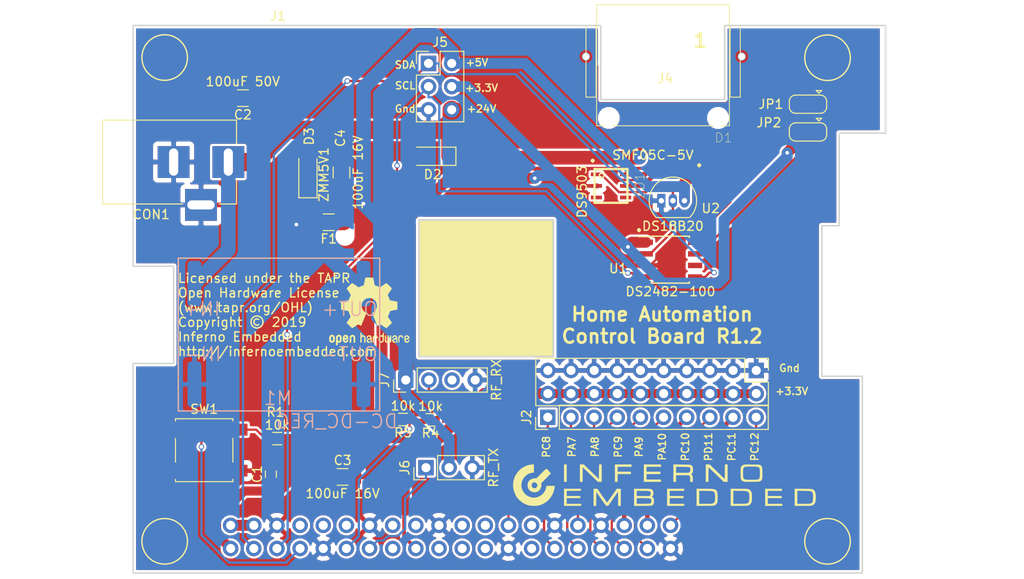
<source format=kicad_pcb>
(kicad_pcb (version 20171130) (host pcbnew 5.0.2-1.fc29)
  (title_block (date 2019-01-24))
  (layers (0 F.Cu signal) (31 B.Cu signal) (34 B.Paste user) (35 F.Paste user) (36 B.SilkS user) (37 F.SilkS user) (38 B.Mask user) (39 F.Mask user) (44 Edge.Cuts user))
  (net 0 "")
  (net 1 +3V3)
  (net 2 GND)
  (net 3 +24V)
  (net 4 +5V)
  (net 5 /SDA)
  (net 6 /SCL)
  (net 7 "Net-(U1-Pad2)")
  (net 8 "Net-(U1-Pad6)")
  (net 9 "Net-(J1-Pad10)")
  (net 10 "Net-(J1-Pad12)")
  (net 11 "Net-(J1-Pad15)")
  (net 12 "Net-(J1-Pad16)")
  (net 13 "Net-(J1-Pad18)")
  (net 14 "Net-(J1-Pad19)")
  (net 15 "Net-(J1-Pad21)")
  (net 16 "Net-(J1-Pad22)")
  (net 17 "Net-(J1-Pad24)")
  (net 18 "Net-(J1-Pad26)")
  (net 19 "Net-(J1-Pad27)")
  (net 20 "Net-(J1-Pad28)")
  (net 21 "Net-(J1-Pad29)")
  (net 22 "Net-(J1-Pad31)")
  (net 23 "Net-(J1-Pad32)")
  (net 24 "Net-(J1-Pad33)")
  (net 25 "Net-(J1-Pad35)")
  (net 26 "Net-(J1-Pad36)")
  (net 27 "Net-(J1-Pad37)")
  (net 28 "Net-(J1-Pad38)")
  (net 29 "Net-(J1-Pad40)")
  (net 30 "Net-(C1-Pad2)")
  (net 31 "Net-(J4-Pad1)")
  (net 32 "Net-(J4-Pad6)")
  (net 33 "Net-(J4-Pad4)")
  (net 34 /RF_RX)
  (net 35 /RF_TX)
  (net 36 "Net-(J7-Pad3)")
  (net 37 "Net-(J7-Pad2)")
  (net 38 "Net-(JP1-Pad2)")
  (net 39 "Net-(JP2-Pad2)")
  (net 40 "Net-(J1-Pad8)")
  (net 41 "Net-(F1-Pad2)")
  (module Fuse:Fuse_1206_3216Metric (layer F.Cu) (at 91.945 67.564 180)
    (fp_text reference F1 (at 0 -1.82 180) (layer F.SilkS))
    (fp_text value Polyfuse)
    (pad 1 smd roundrect (at -1.4 0 180) (size 1.25 1.75) (layers F.Cu F.Paste F.Mask) (roundrect_rratio 0.2) (net 4 +5V))
    (pad 2 smd roundrect (at 1.4 0 180) (size 1.25 1.75) (layers F.Cu F.Paste F.Mask) (roundrect_rratio 0.2) (net 41 "Net-(F1-Pad2)"))
  )
  (module Diode_SMD:D_MiniMELF (layer F.Cu) (at 89.662 62.329 90)
    (fp_text reference D3 (at 4.191 0.127 90) (layer F.SilkS))
    (fp_text value ZMM5V1 (at 0 1.75 90) (layer F.SilkS))
    (pad 1 smd rect (at -1.75 0 90) (size 1.3 1.7) (layers F.Cu F.Paste F.Mask) (net 4 +5V))
    (pad 2 smd rect (at 1.75 0 90) (size 1.3 1.7) (layers F.Cu F.Paste F.Mask) (net 2 GND))
  )
  (module Diode_SMD:D_MiniMELF (layer F.Cu) (at 103.35 60.325 180)
    (fp_text reference D2 (at 0 -2 180) (layer F.SilkS))
    (fp_text value ZMM24V)
    (pad 1 smd rect (at -1.75 0 180) (size 1.3 1.7) (layers F.Cu F.Paste F.Mask) (net 3 +24V))
    (pad 2 smd rect (at 1.75 0 180) (size 1.3 1.7) (layers F.Cu F.Paste F.Mask) (net 2 GND))
  )
  (module DC-DC:D-SUN_DC_DC (layer B.Cu) (at 75.438 71.501)
    (fp_text reference M1 (at 10.922 15.367) (layer B.SilkS) (effects (font (size 1.5 1.5)) (justify mirror)))
    (fp_text value DC-DC_REG (at 17.399 17.907) (layer B.SilkS) (effects (font (size 1.5 1.5)) (justify mirror)))
    (fp_text user IN- (at 2.667 10.541) (layer B.SilkS) (effects (font (size 1.5 1.5)) (justify mirror)))
    (fp_text user IN+ (at 2.54 5.588) (layer B.SilkS) (effects (font (size 1.5 1.5)) (justify mirror)))
    (fp_text user OUT- (at 18.796 10.541) (layer B.SilkS) (effects (font (size 1.5 1.5)) (justify mirror)))
    (fp_text user OUT+ (at 18.796 5.588) (layer B.SilkS) (effects (font (size 1.5 1.5)) (justify mirror)))
    (pad 4 smd roundrect (at 20.32 13.843) (size 1.524 5) (layers B.Cu B.Paste B.Mask) (net 2 GND))
    (pad 3 smd roundrect (at 20.32 2.794) (size 1.524 5) (layers B.Cu B.Paste B.Mask) (net 41 "Net-(F1-Pad2)"))
    (pad 2 smd roundrect (at 1.778 13.843) (size 1.524 5) (layers B.Cu B.Paste B.Mask) (net 2 GND))
    (pad 1 smd roundrect (at 1.778 2.794) (size 1.524 5) (layers B.Cu B.Paste B.Mask) (net 3 +24V))
  )
  (module Capacitor_SMD:C_1206_3216Metric (layer F.Cu) (at 82.5246 53.9496 180)
    (fp_text reference C2 (at 0 -1.82 180) (layer F.SilkS))
    (fp_text value "100uF 50V" (at 0 1.82 180) (layer F.SilkS))
    (pad 1 smd roundrect (at -1.4 0 180) (size 1.25 1.75) (layers F.Cu F.Paste F.Mask) (roundrect_rratio 0.2) (net 3 +24V))
    (pad 2 smd roundrect (at 1.4 0 180) (size 1.25 1.75) (layers F.Cu F.Paste F.Mask) (roundrect_rratio 0.2) (net 2 GND))
  )
  (module Capacitor_SMD:C_1206_3216Metric (layer F.Cu) (at 93.472 95.504)
    (fp_text reference C3 (at 0 -1.82) (layer F.SilkS))
    (fp_text value "100uF 16V" (at 0 1.82) (layer F.SilkS))
    (pad 2 smd roundrect (at 1.4 0) (size 1.25 1.75) (layers F.Cu F.Paste F.Mask) (roundrect_rratio 0.2) (net 2 GND))
    (pad 1 smd roundrect (at -1.4 0) (size 1.25 1.75) (layers F.Cu F.Paste F.Mask) (roundrect_rratio 0.2) (net 1 +3V3))
  )
  (module Capacitor_SMD:C_1206_3216Metric (layer F.Cu) (at 93.345 62.106 90)
    (fp_text reference C4 (at 3.777 -0.127 90) (layer F.SilkS))
    (fp_text value "100uF 16V" (at 0 1.82 90) (layer F.SilkS))
    (pad 1 smd roundrect (at -1.4 0 90) (size 1.25 1.75) (layers F.Cu F.Paste F.Mask) (roundrect_rratio 0.2) (net 4 +5V))
    (pad 2 smd roundrect (at 1.4 0 90) (size 1.25 1.75) (layers F.Cu F.Paste F.Mask) (roundrect_rratio 0.2) (net 2 GND))
  )
  (module Jumper:SolderJumper-3_P1.3mm_Bridged12_RoundedPad1.0x1.5mm (layer F.Cu) (at 144.526 57.658 180)
    (fp_text reference JP2 (at 4.288 1.016 180) (layer F.SilkS))
    (fp_text value SolderJumper_3_Bridged12)
    (pad 2 smd rect (at 0 0 180) (size 1 1.5) (layers F.Cu F.Mask) (net 39 "Net-(JP2-Pad2)"))
    (pad 3 smd custom (at 1.3 0 180) (size 1 0.5) (layers F.Cu F.Mask) (net 1 +3V3) (options (clearance outline) (anchor rect)) (primitives (gr_circle (center 0 0.25) (end 0.5 0.25) (width 0)) (gr_circle (center 0 -0.25) (end 0.5 -0.25) (width 0)) (gr_poly (pts (xy -0.55 -0.75) (xy 0 -0.75) (xy 0 0.75) (xy -0.55 0.75)) (width 0))))
    (pad 1 smd custom (at -1.3 0 180) (size 1 0.5) (layers F.Cu F.Mask) (net 2 GND) (options (clearance outline) (anchor rect)) (primitives (gr_circle (center 0 0.25) (end 0.5 0.25) (width 0)) (gr_circle (center 0 -0.25) (end 0.5 -0.25) (width 0)) (gr_poly (pts (xy 0.55 -0.75) (xy 0 -0.75) (xy 0 0.75) (xy 0.55 0.75)) (width 0)) (gr_poly (pts (xy 0.4 -0.3) (xy 0.9 -0.3) (xy 0.9 0.3) (xy 0.4 0.3)) (width 0))))
  )
  (module Jumper:SolderJumper-3_P1.3mm_Bridged12_RoundedPad1.0x1.5mm (layer F.Cu) (at 144.526 54.61 180)
    (fp_text reference JP1 (at 4.064 0 180) (layer F.SilkS))
    (fp_text value SolderJumper_3_Bridged12)
    (pad 1 smd custom (at -1.3 0 180) (size 1 0.5) (layers F.Cu F.Mask) (net 2 GND) (options (clearance outline) (anchor rect)) (primitives (gr_circle (center 0 0.25) (end 0.5 0.25) (width 0)) (gr_circle (center 0 -0.25) (end 0.5 -0.25) (width 0)) (gr_poly (pts (xy 0.55 -0.75) (xy 0 -0.75) (xy 0 0.75) (xy 0.55 0.75)) (width 0)) (gr_poly (pts (xy 0.4 -0.3) (xy 0.9 -0.3) (xy 0.9 0.3) (xy 0.4 0.3)) (width 0))))
    (pad 3 smd custom (at 1.3 0 180) (size 1 0.5) (layers F.Cu F.Mask) (net 1 +3V3) (options (clearance outline) (anchor rect)) (primitives (gr_circle (center 0 0.25) (end 0.5 0.25) (width 0)) (gr_circle (center 0 -0.25) (end 0.5 -0.25) (width 0)) (gr_poly (pts (xy -0.55 -0.75) (xy 0 -0.75) (xy 0 0.75) (xy -0.55 0.75)) (width 0))))
    (pad 2 smd rect (at 0 0 180) (size 1 1.5) (layers F.Cu F.Mask) (net 38 "Net-(JP1-Pad2)"))
  )
  (module SMF05C:SC70-6 (layer F.Cu) (at 134.112 60.452)
    (fp_text reference D1 (at 1.14447 -2.16176) (layer F.SilkS) (effects (font (size 1.00128 1.00128) (thickness 0.05))))
    (fp_text value SMF05C-5V (at -6.604 -0.254 180) (layer F.SilkS) (effects (font (size 1.00147 1.00147))))
    (pad 6 smd rect (at -0.65 -0.95) (size 0.35 0.8) (layers F.Cu F.Paste F.Mask) (net 4 +5V))
    (pad 5 smd rect (at 0 -0.95) (size 0.35 0.8) (layers F.Cu F.Paste F.Mask) (net 4 +5V))
    (pad 4 smd rect (at 0.65 -0.95) (size 0.35 0.8) (layers F.Cu F.Paste F.Mask) (net 4 +5V))
    (pad 3 smd rect (at 0.65 0.95) (size 0.35 0.8) (layers F.Cu F.Paste F.Mask) (net 4 +5V))
    (pad 2 smd rect (at 0 0.95) (size 0.35 0.8) (layers F.Cu F.Paste F.Mask) (net 2 GND))
    (pad 1 smd rect (at -0.65 0.95) (size 0.35 0.8) (layers F.Cu F.Paste F.Mask) (net 4 +5V))
  )
  (module Pin_Headers:Pin_Header_Straight_2x10_Pitch2.54mm (layer F.Cu) (at 138.849 83.82 270)
    (fp_text reference J3 hide)
    (fp_text value CONN_02X10)
    (pad 1 thru_hole rect (at 0 0 270) (size 1.7 1.7) (drill 1) (layers *.Cu *.Mask) (net 2 GND))
    (pad 2 thru_hole oval (at 2.54 0 270) (size 1.7 1.7) (drill 1) (layers *.Cu *.Mask) (net 1 +3V3))
    (pad 3 thru_hole oval (at 0 2.54 270) (size 1.7 1.7) (drill 1) (layers *.Cu *.Mask) (net 2 GND))
    (pad 4 thru_hole oval (at 2.54 2.54 270) (size 1.7 1.7) (drill 1) (layers *.Cu *.Mask) (net 1 +3V3))
    (pad 5 thru_hole oval (at 0 5.08 270) (size 1.7 1.7) (drill 1) (layers *.Cu *.Mask) (net 2 GND))
    (pad 6 thru_hole oval (at 2.54 5.08 270) (size 1.7 1.7) (drill 1) (layers *.Cu *.Mask) (net 1 +3V3))
    (pad 7 thru_hole oval (at 0 7.62 270) (size 1.7 1.7) (drill 1) (layers *.Cu *.Mask) (net 2 GND))
    (pad 8 thru_hole oval (at 2.54 7.62 270) (size 1.7 1.7) (drill 1) (layers *.Cu *.Mask) (net 1 +3V3))
    (pad 9 thru_hole oval (at 0 10.16 270) (size 1.7 1.7) (drill 1) (layers *.Cu *.Mask) (net 2 GND))
    (pad 10 thru_hole oval (at 2.54 10.16 270) (size 1.7 1.7) (drill 1) (layers *.Cu *.Mask) (net 1 +3V3))
    (pad 11 thru_hole oval (at 0 12.7 270) (size 1.7 1.7) (drill 1) (layers *.Cu *.Mask) (net 2 GND))
    (pad 12 thru_hole oval (at 2.54 12.7 270) (size 1.7 1.7) (drill 1) (layers *.Cu *.Mask) (net 1 +3V3))
    (pad 13 thru_hole oval (at 0 15.24 270) (size 1.7 1.7) (drill 1) (layers *.Cu *.Mask) (net 2 GND))
    (pad 14 thru_hole oval (at 2.54 15.24 270) (size 1.7 1.7) (drill 1) (layers *.Cu *.Mask) (net 1 +3V3))
    (pad 15 thru_hole oval (at 0 17.78 270) (size 1.7 1.7) (drill 1) (layers *.Cu *.Mask) (net 2 GND))
    (pad 16 thru_hole oval (at 2.54 17.78 270) (size 1.7 1.7) (drill 1) (layers *.Cu *.Mask) (net 1 +3V3))
    (pad 17 thru_hole oval (at 0 20.32 270) (size 1.7 1.7) (drill 1) (layers *.Cu *.Mask) (net 2 GND))
    (pad 18 thru_hole oval (at 2.54 20.32 270) (size 1.7 1.7) (drill 1) (layers *.Cu *.Mask) (net 1 +3V3))
    (pad 19 thru_hole oval (at 0 22.86 270) (size 1.7 1.7) (drill 1) (layers *.Cu *.Mask) (net 2 GND))
    (pad 20 thru_hole oval (at 2.54 22.86 270) (size 1.7 1.7) (drill 1) (layers *.Cu *.Mask) (net 1 +3V3))
  )
  (module Housings_SOIC:SOIC-8_3.9x4.9mm_Pitch1.27mm (layer F.Cu) (at 129.438 71.6661)
    (fp_text reference U1 (at -5.74 0.9779) (layer F.SilkS))
    (fp_text value DS2482-100 (at 0 3.5) (layer F.SilkS))
    (pad 1 smd rect (at -2.7 -1.905) (size 1.55 0.6) (layers F.Cu F.Paste F.Mask) (net 1 +3V3))
    (pad 2 smd rect (at -2.7 -0.635) (size 1.55 0.6) (layers F.Cu F.Paste F.Mask) (net 7 "Net-(U1-Pad2)"))
    (pad 3 smd rect (at -2.7 0.635) (size 1.55 0.6) (layers F.Cu F.Paste F.Mask) (net 2 GND))
    (pad 4 smd rect (at -2.7 1.905) (size 1.55 0.6) (layers F.Cu F.Paste F.Mask) (net 6 /SCL))
    (pad 5 smd rect (at 2.7 1.905) (size 1.55 0.6) (layers F.Cu F.Paste F.Mask) (net 5 /SDA))
    (pad 6 smd rect (at 2.7 0.635) (size 1.55 0.6) (layers F.Cu F.Paste F.Mask) (net 8 "Net-(U1-Pad6)"))
    (pad 7 smd rect (at 2.7 -0.635) (size 1.55 0.6) (layers F.Cu F.Paste F.Mask) (net 39 "Net-(JP2-Pad2)"))
    (pad 8 smd rect (at 2.7 -1.905) (size 1.55 0.6) (layers F.Cu F.Paste F.Mask) (net 38 "Net-(JP1-Pad2)"))
  )
  (module TO_SOT_Packages_THT:TO-92_Inline_Narrow_Oval (layer F.Cu) (at 128.435 65.2018)
    (fp_text reference U2 (at 5.423 0.8382) (layer F.SilkS))
    (fp_text value DS18B20 (at 1.27 2.79) (layer F.SilkS))
    (pad 2 thru_hole oval (at 1.27 0 180) (size 0.9 1.5) (drill 0.6) (layers *.Cu *.Mask) (net 7 "Net-(U1-Pad2)"))
    (pad 3 thru_hole oval (at 2.54 0 180) (size 0.9 1.5) (drill 0.6) (layers *.Cu *.Mask) (net 4 +5V))
    (pad 1 thru_hole rect (at 0 0 180) (size 0.9 1.5) (drill 0.6) (layers *.Cu *.Mask) (net 2 GND))
  )
  (module OrangePi:OrangePiPrime (layer F.Cu) (at 70.485 106.045)
    (fp_text reference J1 (at 15.9 -61.1) (layer F.SilkS))
    (fp_text value OrangePiPrime)
    (pad 40 thru_hole circle (at 58.96 -5.23) (size 1.7 1.7) (drill 1) (layers *.Cu *.Mask) (net 29 "Net-(J1-Pad40)"))
    (pad 39 thru_hole circle (at 58.96 -2.69) (size 1.7 1.7) (drill 1) (layers *.Cu *.Mask) (net 2 GND))
    (pad 38 thru_hole circle (at 56.42 -5.23) (size 1.7 1.7) (drill 1) (layers *.Cu *.Mask) (net 28 "Net-(J1-Pad38)"))
    (pad 37 thru_hole circle (at 56.42 -2.69) (size 1.7 1.7) (drill 1) (layers *.Cu *.Mask) (net 27 "Net-(J1-Pad37)"))
    (pad 36 thru_hole circle (at 53.88 -5.23) (size 1.7 1.7) (drill 1) (layers *.Cu *.Mask) (net 26 "Net-(J1-Pad36)"))
    (pad 35 thru_hole circle (at 53.88 -2.69) (size 1.7 1.7) (drill 1) (layers *.Cu *.Mask) (net 25 "Net-(J1-Pad35)"))
    (pad 34 thru_hole circle (at 51.34 -5.23) (size 1.7 1.7) (drill 1) (layers *.Cu *.Mask) (net 2 GND))
    (pad 33 thru_hole circle (at 51.34 -2.69) (size 1.7 1.7) (drill 1) (layers *.Cu *.Mask) (net 24 "Net-(J1-Pad33)"))
    (pad 32 thru_hole circle (at 48.8 -5.23) (size 1.7 1.7) (drill 1) (layers *.Cu *.Mask) (net 23 "Net-(J1-Pad32)"))
    (pad 31 thru_hole circle (at 48.8 -2.69) (size 1.7 1.7) (drill 1) (layers *.Cu *.Mask) (net 22 "Net-(J1-Pad31)"))
    (pad 30 thru_hole circle (at 46.26 -5.23) (size 1.7 1.7) (drill 1) (layers *.Cu *.Mask) (net 2 GND))
    (pad 29 thru_hole circle (at 46.26 -2.69) (size 1.7 1.7) (drill 1) (layers *.Cu *.Mask) (net 21 "Net-(J1-Pad29)"))
    (pad 28 thru_hole circle (at 43.72 -5.23) (size 1.7 1.7) (drill 1) (layers *.Cu *.Mask) (net 20 "Net-(J1-Pad28)"))
    (pad 27 thru_hole circle (at 43.72 -2.69) (size 1.7 1.7) (drill 1) (layers *.Cu *.Mask) (net 19 "Net-(J1-Pad27)"))
    (pad 26 thru_hole circle (at 41.18 -5.23) (size 1.7 1.7) (drill 1) (layers *.Cu *.Mask) (net 18 "Net-(J1-Pad26)"))
    (pad 25 thru_hole circle (at 41.18 -2.69) (size 1.7 1.7) (drill 1) (layers *.Cu *.Mask) (net 2 GND))
    (pad 24 thru_hole circle (at 38.64 -5.23) (size 1.7 1.7) (drill 1) (layers *.Cu *.Mask) (net 17 "Net-(J1-Pad24)"))
    (pad 23 thru_hole circle (at 38.64 -2.69) (size 1.7 1.7) (drill 1) (layers *.Cu *.Mask))
    (pad 22 thru_hole circle (at 36.1 -5.23) (size 1.7 1.7) (drill 1) (layers *.Cu *.Mask) (net 16 "Net-(J1-Pad22)"))
    (pad 21 thru_hole circle (at 36.1 -2.69) (size 1.7 1.7) (drill 1) (layers *.Cu *.Mask) (net 15 "Net-(J1-Pad21)"))
    (pad 20 thru_hole circle (at 33.56 -5.23) (size 1.7 1.7) (drill 1) (layers *.Cu *.Mask) (net 2 GND))
    (pad 19 thru_hole circle (at 33.56 -2.69) (size 1.7 1.7) (drill 1) (layers *.Cu *.Mask) (net 14 "Net-(J1-Pad19)"))
    (pad 18 thru_hole circle (at 31.02 -5.23) (size 1.7 1.7) (drill 1) (layers *.Cu *.Mask) (net 13 "Net-(J1-Pad18)"))
    (pad 17 thru_hole circle (at 31.02 -2.69) (size 1.7 1.7) (drill 1) (layers *.Cu *.Mask) (net 1 +3V3))
    (pad 16 thru_hole circle (at 28.48 -5.23) (size 1.7 1.7) (drill 1) (layers *.Cu *.Mask) (net 12 "Net-(J1-Pad16)"))
    (pad 15 thru_hole circle (at 28.48 -2.69) (size 1.7 1.7) (drill 1) (layers *.Cu *.Mask) (net 11 "Net-(J1-Pad15)"))
    (pad 14 thru_hole circle (at 25.94 -5.23) (size 1.7 1.7) (drill 1) (layers *.Cu *.Mask) (net 2 GND))
    (pad 13 thru_hole circle (at 25.94 -2.69) (size 1.7 1.7) (drill 1) (layers *.Cu *.Mask) (net 35 /RF_TX))
    (pad 12 thru_hole circle (at 23.4 -5.23) (size 1.7 1.7) (drill 1) (layers *.Cu *.Mask) (net 10 "Net-(J1-Pad12)"))
    (pad 11 thru_hole circle (at 23.4 -2.69) (size 1.7 1.7) (drill 1) (layers *.Cu *.Mask) (net 34 /RF_RX))
    (pad 10 thru_hole circle (at 20.86 -5.23) (size 1.7 1.7) (drill 1) (layers *.Cu *.Mask) (net 9 "Net-(J1-Pad10)"))
    (pad 9 thru_hole circle (at 20.86 -2.69) (size 1.7 1.7) (drill 1) (layers *.Cu *.Mask) (net 2 GND))
    (pad 8 thru_hole circle (at 18.32 -5.23) (size 1.7 1.7) (drill 1) (layers *.Cu *.Mask) (net 40 "Net-(J1-Pad8)"))
    (pad 7 thru_hole circle (at 18.32 -2.69) (size 1.7 1.7) (drill 1) (layers *.Cu *.Mask) (net 30 "Net-(C1-Pad2)"))
    (pad 6 thru_hole circle (at 15.78 -5.23) (size 1.7 1.7) (drill 1) (layers *.Cu *.Mask) (net 2 GND))
    (pad 5 thru_hole circle (at 15.78 -2.69) (size 1.7 1.7) (drill 1) (layers *.Cu *.Mask) (net 6 /SCL))
    (pad 4 thru_hole circle (at 13.24 -5.23) (size 1.7 1.7) (drill 1) (layers *.Cu *.Mask) (net 4 +5V))
    (pad 3 thru_hole circle (at 13.24 -2.69) (size 1.7 1.7) (drill 1) (layers *.Cu *.Mask) (net 5 /SDA))
    (pad 2 thru_hole circle (at 10.7 -5.23) (size 1.7 1.7) (drill 1) (layers *.Cu *.Mask) (net 4 +5V))
    (pad 1 thru_hole circle (at 10.701 -2.69) (size 1.7 1.7) (drill 1) (layers *.Cu *.Mask) (net 1 +3V3))
  )
  (module Connect:BARREL_JACK (layer F.Cu) (at 80.93 60.96)
    (fp_text reference CON1 (at -8.45 5.75 180) (layer F.SilkS))
    (fp_text value BARREL_JACK)
    (pad 1 thru_hole rect (at 0 0) (size 3.5 3.5) (drill oval 1 3) (layers *.Cu *.Mask) (net 3 +24V))
    (pad 2 thru_hole rect (at -6 0) (size 3.5 3.5) (drill oval 1 3) (layers *.Cu *.Mask) (net 2 GND))
    (pad 3 thru_hole rect (at -3 4.7) (size 3.5 3.5) (drill oval 3 1) (layers *.Cu *.Mask) (net 2 GND))
  )
  (module Capacitors_SMD:C_0603 (layer F.Cu) (at 85.598 95.1992 90)
    (fp_text reference C1 (at 0 -1.5 90) (layer F.SilkS))
    (fp_text value 0.1uF)
    (pad 2 smd rect (at 0.75 0 90) (size 0.8 0.75) (layers F.Cu F.Paste F.Mask) (net 30 "Net-(C1-Pad2)"))
    (pad 1 smd rect (at -0.75 0 90) (size 0.8 0.75) (layers F.Cu F.Paste F.Mask) (net 2 GND))
  )
  (module RJ45:RJ45-ChinaSMD (layer F.Cu) (at 121.26 56.8833)
    (fp_text reference J4 (at 7.61 -5.08) (layer F.SilkS))
    (fp_text value RJ45)
    (pad 9 smd rect (at -1.1 -7.5) (size 1.5 4) (layers F.Cu F.Paste F.Mask) (net 31 "Net-(J4-Pad1)"))
    (pad 9 thru_hole circle (at -1.1 -7.5) (size 0.9 0.9) (drill 0.8) (layers *.Cu *.Mask) (net 31 "Net-(J4-Pad1)"))
    (pad 1 smd rect (at 10.94 -0.52) (size 0.6 2.1) (layers F.Cu F.Paste F.Mask) (net 31 "Net-(J4-Pad1)"))
    (pad 2 smd rect (at 9.92 -0.52) (size 0.6 2.1) (layers F.Cu F.Paste F.Mask) (net 4 +5V))
    (pad 3 smd rect (at 8.9 -0.52) (size 0.6 2.1) (layers F.Cu F.Paste F.Mask) (net 31 "Net-(J4-Pad1)"))
    (pad 4 smd rect (at 7.88 -0.52) (size 0.6 2.1) (layers F.Cu F.Paste F.Mask) (net 33 "Net-(J4-Pad4)"))
    (pad 5 smd rect (at 6.86 -0.52) (size 0.6 2.1) (layers F.Cu F.Paste F.Mask) (net 31 "Net-(J4-Pad1)"))
    (pad 6 smd rect (at 5.84 -0.52) (size 0.6 2.1) (layers F.Cu F.Paste F.Mask) (net 32 "Net-(J4-Pad6)"))
    (pad 7 smd rect (at 4.82 -0.52) (size 0.6 2.1) (layers F.Cu F.Paste F.Mask) (net 3 +24V))
    (pad 8 smd rect (at 3.8 -0.52) (size 0.6 2.1) (layers F.Cu F.Paste F.Mask) (net 31 "Net-(J4-Pad1)"))
    (pad "" np_thru_hole circle (at 1.41 -0.76) (size 1.9 1.9) (drill 1.9) (layers *.Cu *.Mask))
    (pad "" np_thru_hole circle (at 13.4 -0.76) (size 1.9 1.9) (drill 1.9) (layers *.Cu *.Mask))
    (pad 9 thru_hole circle (at 16 -7.5) (size 0.9 0.9) (drill 0.8) (layers *.Cu *.Mask) (net 31 "Net-(J4-Pad1)"))
    (pad 9 smd rect (at 16 -7.5) (size 1.5 4) (layers F.Cu F.Paste F.Mask) (net 31 "Net-(J4-Pad1)"))
  )
  (module Resistors_SMD:R_0603 (layer F.Cu) (at 86.2958 91.3003 180)
    (fp_text reference R1 (at 0.1898 2.9083 180) (layer F.SilkS))
    (fp_text value 10k (at 0 1.5 180) (layer F.SilkS))
    (pad 1 smd rect (at -0.75 0 180) (size 0.5 0.9) (layers F.Cu F.Paste F.Mask) (net 1 +3V3))
    (pad 2 smd rect (at 0.75 0 180) (size 0.5 0.9) (layers F.Cu F.Paste F.Mask) (net 30 "Net-(C1-Pad2)"))
  )
  (module Buttons_Switches_SMD:SW_SPST_B3S-1000 (layer F.Cu) (at 78.2828 92.5703)
    (fp_text reference SW1 (at 0 -4.5) (layer F.SilkS))
    (fp_text value SW_Push)
    (pad 1 smd rect (at -3.975 -2.25) (size 1.55 1.3) (layers F.Cu F.Paste F.Mask) (net 30 "Net-(C1-Pad2)"))
    (pad 1 smd rect (at 3.975 -2.25) (size 1.55 1.3) (layers F.Cu F.Paste F.Mask) (net 30 "Net-(C1-Pad2)"))
    (pad 2 smd rect (at -3.975 2.25) (size 1.55 1.3) (layers F.Cu F.Paste F.Mask) (net 2 GND))
    (pad 2 smd rect (at 3.975 2.25) (size 1.55 1.3) (layers F.Cu F.Paste F.Mask) (net 2 GND))
  )
  (module Pin_Headers:Pin_Header_Straight_1x03_Pitch2.54mm (layer F.Cu) (at 102.616 94.488 90)
    (fp_text reference J6 (at 0 -2.33 90) (layer F.SilkS))
    (fp_text value RF_TX (at 0 7.41 90) (layer F.SilkS))
    (pad 1 thru_hole rect (at 0 0 90) (size 1.7 1.7) (drill 1) (layers *.Cu *.Mask) (net 35 /RF_TX))
    (pad 2 thru_hole oval (at 0 2.54 90) (size 1.7 1.7) (drill 1) (layers *.Cu *.Mask) (net 4 +5V))
    (pad 3 thru_hole oval (at 0 5.08 90) (size 1.7 1.7) (drill 1) (layers *.Cu *.Mask) (net 2 GND))
  )
  (module Pin_Headers:Pin_Header_Straight_1x04_Pitch2.54mm (layer F.Cu) (at 100.394 84.8741 90)
    (fp_text reference J7 (at 0 -2.33 90) (layer F.SilkS))
    (fp_text value RF_RX (at 0 9.95 90) (layer F.SilkS))
    (pad 1 thru_hole rect (at 0 0 90) (size 1.7 1.7) (drill 1) (layers *.Cu *.Mask) (net 4 +5V))
    (pad 2 thru_hole oval (at 0 2.54 90) (size 1.7 1.7) (drill 1) (layers *.Cu *.Mask) (net 37 "Net-(J7-Pad2)"))
    (pad 3 thru_hole oval (at 0 5.08 90) (size 1.7 1.7) (drill 1) (layers *.Cu *.Mask) (net 36 "Net-(J7-Pad3)"))
    (pad 4 thru_hole oval (at 0 7.62 90) (size 1.7 1.7) (drill 1) (layers *.Cu *.Mask) (net 2 GND))
  )
  (module Resistors_SMD:R_0603 (layer F.Cu) (at 103.124 89.2429 180)
    (fp_text reference R4 (at 0 -1.45 180) (layer F.SilkS))
    (fp_text value 10k (at 0 1.5 180) (layer F.SilkS))
    (pad 1 smd rect (at -0.75 0 180) (size 0.5 0.9) (layers F.Cu F.Paste F.Mask) (net 37 "Net-(J7-Pad2)"))
    (pad 2 smd rect (at 0.75 0 180) (size 0.5 0.9) (layers F.Cu F.Paste F.Mask) (net 34 /RF_RX))
  )
  (module Resistors_SMD:R_0603 (layer F.Cu) (at 100.102 89.2048 180)
    (fp_text reference R5 (at 0 -1.45 180) (layer F.SilkS))
    (fp_text value 10k (at 0 1.5 180) (layer F.SilkS))
    (pad 1 smd rect (at -0.75 0 180) (size 0.5 0.9) (layers F.Cu F.Paste F.Mask) (net 34 /RF_RX))
    (pad 2 smd rect (at 0.75 0 180) (size 0.5 0.9) (layers F.Cu F.Paste F.Mask) (net 2 GND))
  )
  (module Pin_Headers:Pin_Header_Straight_1x10_Pitch2.54mm (layer F.Cu) (at 115.976 88.9635 90)
    (fp_text reference J2 (at 0 -2.33 90) (layer F.SilkS))
    (fp_text value CONN_01X10)
    (pad 1 thru_hole rect (at 0 0 90) (size 1.7 1.7) (drill 1) (layers *.Cu *.Mask) (net 18 "Net-(J1-Pad26)"))
    (pad 2 thru_hole oval (at 0 2.54 90) (size 1.7 1.7) (drill 1) (layers *.Cu *.Mask) (net 21 "Net-(J1-Pad29)"))
    (pad 3 thru_hole oval (at 0 5.08 90) (size 1.7 1.7) (drill 1) (layers *.Cu *.Mask) (net 22 "Net-(J1-Pad31)"))
    (pad 4 thru_hole oval (at 0 7.62 90) (size 1.7 1.7) (drill 1) (layers *.Cu *.Mask) (net 23 "Net-(J1-Pad32)"))
    (pad 5 thru_hole oval (at 0 10.16 90) (size 1.7 1.7) (drill 1) (layers *.Cu *.Mask) (net 24 "Net-(J1-Pad33)"))
    (pad 6 thru_hole oval (at 0 12.7 90) (size 1.7 1.7) (drill 1) (layers *.Cu *.Mask) (net 25 "Net-(J1-Pad35)"))
    (pad 7 thru_hole oval (at 0 15.24 90) (size 1.7 1.7) (drill 1) (layers *.Cu *.Mask) (net 26 "Net-(J1-Pad36)"))
    (pad 8 thru_hole oval (at 0 17.78 90) (size 1.7 1.7) (drill 1) (layers *.Cu *.Mask) (net 27 "Net-(J1-Pad37)"))
    (pad 9 thru_hole oval (at 0 20.32 90) (size 1.7 1.7) (drill 1) (layers *.Cu *.Mask) (net 28 "Net-(J1-Pad38)"))
    (pad 10 thru_hole oval (at 0 22.86 90) (size 1.7 1.7) (drill 1) (layers *.Cu *.Mask) (net 29 "Net-(J1-Pad40)"))
  )
  (module Pin_Headers:Pin_Header_Straight_2x03_Pitch2.54mm (layer F.Cu) (at 102.895 50.1396)
    (fp_text reference J5 (at 1.27 -2.33) (layer F.SilkS))
    (fp_text value CONN_02X03)
    (pad 1 thru_hole rect (at 0 0) (size 1.7 1.7) (drill 1) (layers *.Cu *.Mask) (net 5 /SDA))
    (pad 2 thru_hole oval (at 2.54 0) (size 1.7 1.7) (drill 1) (layers *.Cu *.Mask) (net 4 +5V))
    (pad 3 thru_hole oval (at 0 2.54) (size 1.7 1.7) (drill 1) (layers *.Cu *.Mask) (net 6 /SCL))
    (pad 4 thru_hole oval (at 2.54 2.54) (size 1.7 1.7) (drill 1) (layers *.Cu *.Mask) (net 1 +3V3))
    (pad 5 thru_hole oval (at 0 5.08) (size 1.7 1.7) (drill 1) (layers *.Cu *.Mask) (net 2 GND))
    (pad 6 thru_hole oval (at 2.54 5.08) (size 1.7 1.7) (drill 1) (layers *.Cu *.Mask) (net 3 +24V))
  )
  (module DS9503:TSOC6 (layer F.Cu) (at 122.911 63.5762 270)
    (fp_text reference ZD1 (at 0 -3.1752 270) (layer F.SilkS) (effects (font (size 1.00006 1.00006) (thickness 0.05))))
    (fp_text value DS9503 (at 0.63533 3.17659 270) (layer F.SilkS) (effects (font (size 1.0005 1.0005))))
    (pad 1 smd rect (at -1.27 1.6002 270) (size 0.4064 1.2192) (layers F.Cu F.Paste F.Mask) (net 7 "Net-(U1-Pad2)"))
    (pad 2 smd rect (at 0 1.6002 270) (size 0.4064 1.2192) (layers F.Cu F.Paste F.Mask) (net 2 GND))
    (pad 3 smd rect (at 1.27 1.6002 270) (size 0.4064 1.2192) (layers F.Cu F.Paste F.Mask))
    (pad 4 smd rect (at 1.27 -1.6002 270) (size 0.4064 1.2192) (layers F.Cu F.Paste F.Mask))
    (pad 5 smd rect (at 0 -1.6002 270) (size 0.4064 1.2192) (layers F.Cu F.Paste F.Mask) (net 31 "Net-(J4-Pad1)"))
    (pad 6 smd rect (at -1.27 -1.6002 270) (size 0.4064 1.2192) (layers F.Cu F.Paste F.Mask) (net 33 "Net-(J4-Pad4)"))
  )
  (module Symbol:OSHW-Logo2_9.8x8mm_SilkScreen (layer F.Cu) (at 96.393 77.343)
    (fp_text reference REF** hide)
    (fp_text value OSHW-Logo2_9.8x8mm_SilkScreen hide)
  )
  (module InfernoEmbedded:inferno_embedded_6mm (layer F.Cu) (at 128.778 96.393)
    (fp_text reference G*** hide)
    (fp_text value LOGO hide)
  )
  (gr_text "Licensed under the TAPR\nOpen Hardware License\n(www.tapr.org/OHL)\nCopyright © 2019\nInferno Embedded \nhttp://infernoembedded.com" (at 75.311 77.724) (layer F.SilkS) (effects (font (size 1 1)) (justify left)))
  (gr_line (start 70.485 72.39) (end 70.485 45.974) (layer Edge.Cuts) (width 0.15))
  (gr_line (start 70.485 83.058) (end 70.485 106.045) (layer Edge.Cuts) (width 0.15))
  (gr_line (start 74.93 83.058) (end 70.485 83.058) (layer Edge.Cuts) (width 0.15))
  (gr_line (start 74.93 72.39) (end 74.93 83.058) (layer Edge.Cuts) (width 0.15))
  (gr_line (start 70.485 72.39) (end 74.93 72.39) (layer Edge.Cuts) (width 0.15))
  (gr_line (start 101.854 82.296) (end 101.854 67.31) (layer Edge.Cuts) (width 0.2))
  (gr_line (start 116.586 82.296) (end 101.854 82.296) (layer Edge.Cuts) (width 0.2))
  (gr_line (start 116.586 67.31) (end 116.586 82.296) (layer Edge.Cuts) (width 0.2))
  (gr_line (start 101.854 67.31) (end 116.586 67.31) (layer Edge.Cuts) (width 0.2))
  (gr_text . (at 125.984 67.818) (layer F.SilkS) (effects (font (size 1.5 1.5) (thickness 0.3))))
  (gr_text . (at 132.588 60.706) (layer F.SilkS) (effects (font (size 1.5 1.5) (thickness 0.3))))
  (gr_text . (at 120.904 60.198) (layer F.SilkS) (effects (font (size 1.5 1.5) (thickness 0.3))))
  (gr_text "Home Automation\nControl Board R1.2" (at 128.524 78.867) (layer F.SilkS) (effects (font (size 1.5 1.5) (thickness 0.3))))
  (gr_text PC12 (at 138.684 92.202 90) (layer F.SilkS) (effects (font (size 0.8 0.8))))
  (gr_text PC11 (at 136.144 92.202 90) (layer F.SilkS) (effects (font (size 0.8 0.8))))
  (gr_text PD11 (at 133.604 92.202 90) (layer F.SilkS) (effects (font (size 0.8 0.8))))
  (gr_text PC10 (at 131.064 92.202 90) (layer F.SilkS) (effects (font (size 0.8 0.8))))
  (gr_text PA10 (at 128.524 92.202 90) (layer F.SilkS) (effects (font (size 0.8 0.8))))
  (gr_text PA9 (at 125.984 92.202 90) (layer F.SilkS) (effects (font (size 0.8 0.8))))
  (gr_text PC9 (at 123.698 92.202 90) (layer F.SilkS) (effects (font (size 0.8 0.8))))
  (gr_text PA8 (at 121.158 92.202 90) (layer F.SilkS) (effects (font (size 0.8 0.8))))
  (gr_text PA7 (at 118.618 92.202 90) (layer F.SilkS) (effects (font (size 0.8 0.8))))
  (gr_text PC8 (at 115.824 92.202 90) (layer F.SilkS) (effects (font (size 0.8 0.8))))
  (gr_text +3.3V (at 142.748 86.106) (layer F.SilkS) (effects (font (size 0.8 0.8))))
  (gr_text Gnd (at 142.494 83.566) (layer F.SilkS) (effects (font (size 0.8 0.8))))
  (gr_text +24V (at 108.712 55.118) (layer F.SilkS) (effects (font (size 0.8 0.8))))
  (gr_text +3.3V (at 108.712 52.832) (layer F.SilkS) (effects (font (size 0.8 0.8))))
  (gr_text +5V (at 108.204 50.038) (layer F.SilkS) (effects (font (size 0.8 0.8))))
  (gr_text Gnd (at 100.33 55.118) (layer F.SilkS) (effects (font (size 0.8 0.8))))
  (gr_text SCL (at 100.33 52.578) (layer F.SilkS) (effects (font (size 0.8 0.8))))
  (gr_text SDA (at 100.33 50.292) (layer F.SilkS) (effects (font (size 0.8 0.8))))
  (gr_line (start 135.382 54.102) (end 135.382 45.974) (layer Edge.Cuts) (width 0.15))
  (gr_line (start 121.793 54.102) (end 135.382 54.102) (layer Edge.Cuts) (width 0.15))
  (gr_line (start 121.793 45.974) (end 121.793 54.102) (layer Edge.Cuts) (width 0.15))
  (gr_line (start 153.035 45.974) (end 153.035 57.785) (layer Edge.Cuts) (width 0.2))
  (gr_line (start 121.793 45.974) (end 70.485 45.974) (layer Edge.Cuts) (width 0.15))
  (gr_line (start 153.035 45.974) (end 135.382 45.974) (layer Edge.Cuts) (width 0.15))
  (gr_line (start 150.495 106.045) (end 70.485 106.045) (layer Edge.Cuts) (width 0.15))
  (gr_text 1 (at 132.715 47.625) (layer F.SilkS) (effects (font (size 1.5 1.5) (thickness 0.3))))
  (gr_line (start 150.495 84.455) (end 150.495 106.045) (angle 90) (layer Edge.Cuts) (width 0.15))
  (gr_line (start 146.05 84.455) (end 150.495 84.455) (angle 90) (layer Edge.Cuts) (width 0.15))
  (gr_line (start 146.05 67.945) (end 146.05 84.455) (angle 90) (layer Edge.Cuts) (width 0.15))
  (gr_line (start 147.955 67.945) (end 146.05 67.945) (angle 90) (layer Edge.Cuts) (width 0.15))
  (gr_line (start 147.955 57.785) (end 147.955 67.945) (angle 90) (layer Edge.Cuts) (width 0.15))
  (gr_line (start 153.035 57.785) (end 147.955 57.785) (angle 90) (layer Edge.Cuts) (width 0.15))
  (segment (start 105.435 52.6796) (end 107.0853 52.6796) (width 1.2) (layer B.Cu) (net 1))
  (segment (start 126.738 69.7611) (end 125.1627 69.7611) (width 1.2) (layer F.Cu) (net 1))
  (segment (start 124.7726 70.2687) (end 125.1627 69.8786) (width 1.2) (layer F.Cu) (net 1))
  (segment (start 125.1627 69.8786) (end 125.1627 69.7611) (width 1.2) (layer F.Cu) (net 1))
  (segment (start 124.6744 70.2687) (end 124.7726 70.2687) (width 1.2) (layer B.Cu) (net 1))
  (segment (start 81.186 103.355) (end 79.635 101.804) (width 1) (layer F.Cu) (net 1))
  (segment (start 79.635 101.804) (end 79.635 100.071) (width 1) (layer F.Cu) (net 1))
  (segment (start 79.635 100.071) (end 82.6568 97.0492) (width 1) (layer F.Cu) (net 1))
  (segment (start 82.6568 97.0492) (end 86.5928 97.0492) (width 1) (layer F.Cu) (net 1))
  (segment (start 86.5928 97.0492) (end 87.376 96.266) (width 1) (layer F.Cu) (net 1))
  (segment (start 87.376 91.3003) (end 87.0458 91.3003) (width 0.5) (layer F.Cu) (net 1))
  (segment (start 100.33 99.314) (end 100.33 91.3003) (width 1) (layer F.Cu) (net 1))
  (segment (start 101.505 103.355) (end 100.215 102.065) (width 0.4) (layer F.Cu) (net 1))
  (segment (start 100.215 102.065) (end 100.215 99.429) (width 0.4) (layer F.Cu) (net 1))
  (segment (start 100.215 99.429) (end 100.33 99.314) (width 0.4) (layer F.Cu) (net 1))
  (segment (start 87.0458 91.3003) (end 87.376 91.3003) (width 1) (layer F.Cu) (net 1))
  (via (at 124.7726 70.2687) (size 0.6) (layers F.Cu B.Cu) (net 1))
  (segment (start 90.772 95.504) (end 87.376 95.504) (width 1.2) (layer F.Cu) (net 1))
  (segment (start 87.376 96.266) (end 87.376 95.504) (width 1) (layer F.Cu) (net 1))
  (segment (start 87.376 95.504) (end 87.376 91.3003) (width 1) (layer F.Cu) (net 1))
  (via (at 114.554 62.738) (size 0.6) (drill 0.4) (layers F.Cu B.Cu) (net 1))
  (segment (start 105.153194 62.738) (end 114.554 62.738) (width 1.2) (layer F.Cu) (net 1))
  (segment (start 87.376 91.3003) (end 96.012 91.3003) (width 1) (layer F.Cu) (net 1))
  (segment (start 116.328299 62.438001) (end 116.586 62.1803) (width 1.2) (layer B.Cu) (net 1))
  (segment (start 114.853999 62.438001) (end 116.328299 62.438001) (width 1.2) (layer B.Cu) (net 1))
  (segment (start 114.554 62.738) (end 114.853999 62.438001) (width 1.2) (layer B.Cu) (net 1))
  (segment (start 107.0853 52.6796) (end 116.586 62.1803) (width 1.2) (layer B.Cu) (net 1))
  (segment (start 116.586 62.1803) (end 124.6744 70.2687) (width 1.2) (layer B.Cu) (net 1))
  (segment (start 115.989 86.36) (end 118.529 86.36) (width 1) (layer F.Cu) (net 1))
  (segment (start 118.529 86.36) (end 121.069 86.36) (width 1) (layer F.Cu) (net 1))
  (segment (start 121.069 86.36) (end 123.609 86.36) (width 1) (layer F.Cu) (net 1))
  (segment (start 123.609 86.36) (end 126.149 86.36) (width 1) (layer F.Cu) (net 1))
  (segment (start 126.149 86.36) (end 128.689 86.36) (width 1) (layer F.Cu) (net 1))
  (segment (start 128.689 86.36) (end 131.229 86.36) (width 1) (layer F.Cu) (net 1))
  (segment (start 131.229 86.36) (end 133.769 86.36) (width 1) (layer F.Cu) (net 1))
  (segment (start 133.769 86.36) (end 136.309 86.36) (width 1) (layer F.Cu) (net 1))
  (segment (start 136.309 86.36) (end 138.849 86.36) (width 1) (layer F.Cu) (net 1))
  (segment (start 108.970102 86.36) (end 104.002601 91.327501) (width 1.2) (layer F.Cu) (net 1))
  (segment (start 100.357201 91.327501) (end 100.33 91.3003) (width 1.2) (layer F.Cu) (net 1))
  (segment (start 104.002601 91.327501) (end 100.357201 91.327501) (width 1.2) (layer F.Cu) (net 1))
  (segment (start 115.989 86.36) (end 108.970102 86.36) (width 1.2) (layer F.Cu) (net 1))
  (segment (start 92.072 95.504) (end 90.772 95.504) (width 1.2) (layer F.Cu) (net 1))
  (segment (start 143.226 54.61) (end 143.226 57.658) (width 1.2) (layer F.Cu) (net 1))
  (via (at 142.24 59.944) (size 0.6) (drill 0.4) (layers F.Cu B.Cu) (net 1))
  (segment (start 143.226 57.658) (end 143.226 58.958) (width 1.2) (layer F.Cu) (net 1))
  (segment (start 143.226 58.958) (end 142.24 59.944) (width 1.2) (layer F.Cu) (net 1))
  (segment (start 128.644501 74.238801) (end 124.6744 70.2687) (width 1.2) (layer B.Cu) (net 1))
  (segment (start 135.313101 73.612101) (end 134.686401 74.238801) (width 1.2) (layer B.Cu) (net 1))
  (segment (start 135.313101 67.295163) (end 135.313101 73.612101) (width 1.2) (layer B.Cu) (net 1))
  (segment (start 134.686401 74.238801) (end 128.644501 74.238801) (width 1.2) (layer B.Cu) (net 1))
  (segment (start 142.24 60.368264) (end 135.313101 67.295163) (width 1.2) (layer B.Cu) (net 1))
  (segment (start 142.24 59.944) (end 142.24 60.368264) (width 1.2) (layer B.Cu) (net 1))
  (segment (start 97.79 70.101194) (end 97.79 91.3003) (width 1.2) (layer F.Cu) (net 1))
  (segment (start 105.153194 62.738) (end 97.79 70.101194) (width 1.2) (layer F.Cu) (net 1))
  (segment (start 96.012 91.3003) (end 97.79 91.3003) (width 1) (layer F.Cu) (net 1))
  (segment (start 97.79 91.3003) (end 100.33 91.3003) (width 1) (layer F.Cu) (net 1))
  (segment (start 145.826 54.61) (end 145.826 57.658) (width 1.2) (layer F.Cu) (net 2))
  (segment (start 127.213 72.3011) (end 126.738 72.3011) (width 0.25) (layer F.Cu) (net 2))
  (segment (start 134.112 65.4021) (end 127.213 72.3011) (width 0.25) (layer F.Cu) (net 2))
  (segment (start 134.112 61.402) (end 134.112 65.4021) (width 0.25) (layer F.Cu) (net 2))
  (segment (start 145.826 57.658) (end 145.826 60.93) (width 1.2) (layer F.Cu) (net 2))
  (segment (start 105.435 55.2196) (end 106.735 55.2196) (width 1.5) (layer F.Cu) (net 3))
  (segment (start 106.735 55.2196) (end 112 60.4842) (width 1.5) (layer F.Cu) (net 3))
  (segment (start 112 60.4842) (end 126.027 60.4842) (width 1.5) (layer F.Cu) (net 3))
  (segment (start 126.027 60.4842) (end 126.067 59.9845) (width 0.5) (layer F.Cu) (net 3))
  (segment (start 105.435 55.2196) (end 105.435 56.4217) (width 2) (layer F.Cu) (net 3))
  (segment (start 105.435 56.4217) (end 104.427 57.4294) (width 2) (layer F.Cu) (net 3))
  (segment (start 104.427 57.4294) (end 87.4541 57.4294) (width 2) (layer F.Cu) (net 3))
  (segment (start 126.08 56.3633) (end 126.08 60.4316) (width 0.5) (layer F.Cu) (net 3))
  (segment (start 126.08 60.4316) (end 126.027 60.4842) (width 0.5) (layer F.Cu) (net 3))
  (segment (start 126.027 60.409) (end 126.027 60.4842) (width 1.5) (layer B.Cu) (net 3))
  (via (at 126.027 60.4842) (size 0.6) (layers F.Cu B.Cu) (net 3))
  (segment (start 87.4044 57.4294) (end 83.9246 53.9496) (width 1.2) (layer F.Cu) (net 3))
  (segment (start 87.4541 57.4294) (end 87.4044 57.4294) (width 1.2) (layer F.Cu) (net 3))
  (segment (start 87.4106 57.4294) (end 87.4541 57.4294) (width 1.2) (layer F.Cu) (net 3))
  (segment (start 83.88 60.96) (end 87.4106 57.4294) (width 2) (layer F.Cu) (net 3))
  (segment (start 80.93 60.96) (end 83.88 60.96) (width 2) (layer F.Cu) (net 3))
  (segment (start 80.93 70.581) (end 80.93 60.96) (width 1.6) (layer B.Cu) (net 3))
  (segment (start 77.216 74.295) (end 80.93 70.581) (width 1.6) (layer B.Cu) (net 3))
  (segment (start 104.6544 57.4294) (end 104.427 57.4294) (width 1.6) (layer F.Cu) (net 3))
  (segment (start 105.1 57.875) (end 104.6544 57.4294) (width 1.6) (layer F.Cu) (net 3))
  (segment (start 105.1 60.325) (end 105.1 57.875) (width 1.6) (layer F.Cu) (net 3))
  (segment (start 135.0874 61.0766) (end 134.762 61.402) (width 0.3498) (layer F.Cu) (net 4))
  (segment (start 134.762 59.502) (end 135.0874 59.8274) (width 1.2) (layer F.Cu) (net 4))
  (segment (start 135.0874 59.8274) (end 135.0874 61.0766) (width 1.2) (layer F.Cu) (net 4))
  (segment (start 134.112 59.502) (end 134.762 59.502) (width 1.2) (layer F.Cu) (net 4))
  (segment (start 105.435 50.1396) (end 113.4521 50.1396) (width 1.2) (layer B.Cu) (net 4))
  (segment (start 113.4521 50.1396) (end 126.964 63.6515) (width 1.2) (layer B.Cu) (net 4))
  (segment (start 126.964 63.6515) (end 130.975 63.6515) (width 1.2) (layer B.Cu) (net 4))
  (segment (start 130.975 65.2018) (end 130.975 63.6515) (width 1.2) (layer B.Cu) (net 4))
  (segment (start 100.394 84.8741) (end 100.394 86.5244) (width 1.2) (layer B.Cu) (net 4))
  (segment (start 100.394 86.5244) (end 105.156 91.2864) (width 1.2) (layer B.Cu) (net 4))
  (segment (start 105.156 91.2864) (end 105.156 94.488) (width 1.2) (layer B.Cu) (net 4))
  (segment (start 133.462 59.502) (end 134.112 59.502) (width 1.2) (layer F.Cu) (net 4))
  (segment (start 133.1155 59.502) (end 133.462 59.502) (width 0.5) (layer F.Cu) (net 4))
  (segment (start 81.185 100.815) (end 83.725 100.815) (width 1.2) (layer F.Cu) (net 4))
  (segment (start 133.1155 61.0555) (end 133.462 61.402) (width 0.3498) (layer F.Cu) (net 4))
  (segment (start 131.18 56.3633) (end 131.18 57.9133) (width 0.5) (layer F.Cu) (net 4))
  (segment (start 131.18 57.9133) (end 132.769 59.502) (width 0.5) (layer F.Cu) (net 4))
  (segment (start 132.769 59.502) (end 133.1155 59.502) (width 0.5) (layer F.Cu) (net 4))
  (segment (start 133.1155 59.502) (end 133.1155 61.0555) (width 1.2) (layer F.Cu) (net 4))
  (segment (start 133.1155 61.1113) (end 133.1155 61.0555) (width 1.2) (layer F.Cu) (net 4))
  (segment (start 130.975 63.2518) (end 133.1155 61.1113) (width 1.2) (layer F.Cu) (net 4))
  (segment (start 130.975 65.2018) (end 130.975 63.2518) (width 1.2) (layer F.Cu) (net 4))
  (segment (start 95.758 52.832) (end 101.54099 47.04901) (width 1.6) (layer B.Cu) (net 4))
  (segment (start 105.435 48.937519) (end 105.435 50.1396) (width 1.6) (layer B.Cu) (net 4))
  (segment (start 103.546491 47.04901) (end 105.435 48.937519) (width 1.6) (layer B.Cu) (net 4))
  (segment (start 101.54099 47.04901) (end 103.546491 47.04901) (width 1.6) (layer B.Cu) (net 4))
  (segment (start 95.758 52.832) (end 95.758 65.532) (width 1.6) (layer B.Cu) (net 4))
  (via (at 95.758 65.532) (size 0.6) (drill 0.4) (layers F.Cu B.Cu) (net 4))
  (segment (start 93.726 67.564) (end 95.758 65.532) (width 1.6) (layer F.Cu) (net 4))
  (segment (start 93.345 67.564) (end 93.726 67.564) (width 1.6) (layer F.Cu) (net 4))
  (segment (start 95.371 65.532) (end 93.345 63.506) (width 1.6) (layer F.Cu) (net 4))
  (segment (start 95.758 65.532) (end 95.371 65.532) (width 1.6) (layer F.Cu) (net 4))
  (segment (start 90.235 63.506) (end 89.662 64.079) (width 1.6) (layer F.Cu) (net 4))
  (segment (start 93.345 63.506) (end 90.235 63.506) (width 1.6) (layer F.Cu) (net 4))
  (segment (start 100.394 70.168) (end 95.758 65.532) (width 1.6) (layer B.Cu) (net 4))
  (segment (start 100.394 84.8741) (end 100.394 70.168) (width 1.6) (layer B.Cu) (net 4))
  (segment (start 102.895 50.1396) (end 104.0703 50.1396) (width 0.25) (layer B.Cu) (net 5))
  (segment (start 132.138 73.5711) (end 133.2383 73.5711) (width 0.25) (layer F.Cu) (net 5))
  (segment (start 134.2131 73.0841) (end 133.7253 73.0841) (width 0.25) (layer F.Cu) (net 5))
  (segment (start 133.7253 73.0841) (end 133.2383 73.5711) (width 0.25) (layer F.Cu) (net 5))
  (segment (start 104.0703 50.1396) (end 104.0703 50.507) (width 0.25) (layer B.Cu) (net 5))
  (segment (start 104.0703 50.507) (end 104.8782 51.3149) (width 0.25) (layer B.Cu) (net 5))
  (segment (start 104.8782 51.3149) (end 112.4439 51.3149) (width 0.25) (layer B.Cu) (net 5))
  (segment (start 112.4439 51.3149) (end 134.2131 73.0841) (width 0.25) (layer B.Cu) (net 5))
  (via (at 93.98 52.07) (size 0.6) (layers F.Cu B.Cu) (net 5))
  (via (at 134.2131 73.0841) (size 0.6) (layers F.Cu B.Cu) (net 5))
  (segment (start 100.9646 52.07) (end 102.895 50.1396) (width 0.25) (layer F.Cu) (net 5))
  (segment (start 93.98 52.07) (end 100.9646 52.07) (width 0.25) (layer F.Cu) (net 5))
  (segment (start 82.5344 102.1644) (end 83.725 103.355) (width 0.25) (layer B.Cu) (net 5))
  (segment (start 82.5344 77.084) (end 82.5344 102.1644) (width 0.25) (layer B.Cu) (net 5))
  (segment (start 93.98 52.07) (end 85.922 60.128) (width 0.25) (layer B.Cu) (net 5))
  (segment (start 85.922 73.6964) (end 82.5344 77.084) (width 0.25) (layer B.Cu) (net 5))
  (segment (start 85.922 60.128) (end 85.922 73.6964) (width 0.25) (layer B.Cu) (net 5))
  (segment (start 102.895 53.8549) (end 103.2624 53.8549) (width 0.25) (layer B.Cu) (net 6))
  (segment (start 103.2624 53.8549) (end 104.0703 54.6628) (width 0.25) (layer B.Cu) (net 6))
  (segment (start 104.0703 54.6628) (end 104.0703 64.1644) (width 0.25) (layer B.Cu) (net 6))
  (segment (start 115.7982 64.1644) (end 124.7726 73.1388) (width 0.25) (layer B.Cu) (net 6))
  (segment (start 126.738 73.5711) (end 125.6377 73.5711) (width 0.25) (layer F.Cu) (net 6))
  (segment (start 124.7726 73.1388) (end 125.2054 73.1388) (width 0.25) (layer F.Cu) (net 6))
  (segment (start 125.2054 73.1388) (end 125.6377 73.5711) (width 0.25) (layer F.Cu) (net 6))
  (segment (start 102.895 52.6796) (end 102.895 53.8549) (width 0.25) (layer B.Cu) (net 6))
  (via (at 124.7726 73.1388) (size 0.6) (layers F.Cu B.Cu) (net 6))
  (segment (start 104.14 64.1644) (end 115.7982 64.1644) (width 0.25) (layer B.Cu) (net 6))
  (segment (start 104.0703 64.1644) (end 104.14 64.1644) (width 0.25) (layer B.Cu) (net 6))
  (via (at 87.376 79.883) (size 0.6) (drill 0.4) (layers F.Cu B.Cu) (net 6))
  (segment (start 87.376 79.207034) (end 99.441 67.142034) (width 0.25) (layer F.Cu) (net 6))
  (segment (start 87.376 79.883) (end 87.376 79.207034) (width 0.25) (layer F.Cu) (net 6))
  (segment (start 99.441 67.142034) (end 99.441 61.341) (width 0.25) (layer F.Cu) (net 6))
  (via (at 99.441 61.341) (size 0.6) (drill 0.4) (layers F.Cu B.Cu) (net 6))
  (segment (start 87.440001 102.179999) (end 87.440001 79.947001) (width 0.25) (layer B.Cu) (net 6))
  (segment (start 86.265 103.355) (end 87.440001 102.179999) (width 0.25) (layer B.Cu) (net 6))
  (segment (start 87.440001 79.947001) (end 87.376 79.883) (width 0.25) (layer B.Cu) (net 6))
  (segment (start 99.441 56.1336) (end 99.441 61.341) (width 0.25) (layer B.Cu) (net 6))
  (segment (start 102.895 52.6796) (end 99.441 56.1336) (width 0.25) (layer B.Cu) (net 6))
  (segment (start 121.311 62.3062) (end 121.3108 62.3062) (width 0.25) (layer F.Cu) (net 7))
  (segment (start 121.311 62.3062) (end 121.843 62.3062) (width 0.25) (layer F.Cu) (net 7))
  (segment (start 121.843 62.3062) (end 123.799 64.262) (width 0.25) (layer F.Cu) (net 7))
  (segment (start 123.799 64.262) (end 126.746 64.262) (width 0.25) (layer F.Cu) (net 7))
  (segment (start 126.746 64.262) (end 126.881 64.1268) (width 0.25) (layer F.Cu) (net 7))
  (segment (start 126.881 64.1268) (end 129.63 64.1268) (width 0.25) (layer F.Cu) (net 7))
  (segment (start 129.63 64.1268) (end 129.705 64.2018) (width 0.25) (layer F.Cu) (net 7))
  (segment (start 129.705 64.2018) (end 129.705 65.2018) (width 0.25) (layer F.Cu) (net 7))
  (segment (start 129.705 65.2018) (end 129.705 68.5391) (width 0.25) (layer F.Cu) (net 7))
  (segment (start 129.705 68.5391) (end 127.213 71.0311) (width 0.25) (layer F.Cu) (net 7))
  (segment (start 127.213 71.0311) (end 126.738 71.0311) (width 0.25) (layer F.Cu) (net 7))
  (segment (start 115.976 88.9635) (end 115.976 90.0635) (width 0.25) (layer F.Cu) (net 18))
  (segment (start 115.976 90.0635) (end 111.665 94.3745) (width 0.25) (layer F.Cu) (net 18))
  (segment (start 111.665 94.3745) (end 111.665 100.815) (width 0.25) (layer F.Cu) (net 18))
  (segment (start 118.516 88.9635) (end 118.516 90.1656) (width 0.25) (layer F.Cu) (net 21))
  (segment (start 118.516 90.1656) (end 115.57 93.1116) (width 0.25) (layer F.Cu) (net 21))
  (segment (start 115.57 93.1116) (end 115.57 102.18) (width 0.25) (layer F.Cu) (net 21))
  (segment (start 115.57 102.18) (end 116.745 103.355) (width 0.25) (layer F.Cu) (net 21))
  (segment (start 121.056 88.9635) (end 121.056 90.1656) (width 0.25) (layer F.Cu) (net 22))
  (segment (start 121.056 90.1656) (end 118.11 93.1116) (width 0.25) (layer F.Cu) (net 22))
  (segment (start 118.11 93.1116) (end 118.11 102.18) (width 0.25) (layer F.Cu) (net 22))
  (segment (start 118.11 102.18) (end 119.285 103.355) (width 0.25) (layer F.Cu) (net 22))
  (segment (start 123.596 88.9635) (end 119.285 93.2745) (width 0.25) (layer F.Cu) (net 23))
  (segment (start 119.285 93.2745) (end 119.285 100.815) (width 0.25) (layer F.Cu) (net 23))
  (segment (start 126.136 88.9635) (end 120.65 94.4495) (width 0.25) (layer F.Cu) (net 24))
  (segment (start 120.65 94.4495) (end 120.65 102.18) (width 0.25) (layer F.Cu) (net 24))
  (segment (start 120.65 102.18) (end 121.825 103.355) (width 0.25) (layer F.Cu) (net 24))
  (segment (start 128.676 88.9635) (end 123 94.6395) (width 0.25) (layer F.Cu) (net 25))
  (segment (start 123 94.6395) (end 123 101.99) (width 0.25) (layer F.Cu) (net 25))
  (segment (start 123 101.99) (end 124.365 103.355) (width 0.25) (layer F.Cu) (net 25))
  (segment (start 124.365 100.815) (end 124.365 95.8145) (width 0.5) (layer F.Cu) (net 26))
  (segment (start 124.365 95.8145) (end 131.216 88.9635) (width 0.5) (layer F.Cu) (net 26))
  (segment (start 126.905 103.355) (end 125.54 101.99) (width 0.25) (layer F.Cu) (net 27))
  (segment (start 125.54 101.99) (end 125.54 97.1795) (width 0.25) (layer F.Cu) (net 27))
  (segment (start 125.54 97.1795) (end 133.756 88.9635) (width 0.25) (layer F.Cu) (net 27))
  (segment (start 126.905 100.815) (end 126.905 98.3545) (width 0.5) (layer F.Cu) (net 28))
  (segment (start 126.905 98.3545) (end 136.296 88.9635) (width 0.5) (layer F.Cu) (net 28))
  (segment (start 138.836 88.9635) (end 138.836 91.424) (width 0.25) (layer F.Cu) (net 29))
  (segment (start 138.836 91.424) (end 129.445 100.815) (width 0.25) (layer F.Cu) (net 29))
  (segment (start 85.5458 91.3003) (end 85.2582 91.3003) (width 0.25) (layer F.Cu) (net 30))
  (segment (start 82.2578 90.3203) (end 83.9905 90.3203) (width 0.25) (layer F.Cu) (net 30))
  (segment (start 83.9905 90.3203) (end 84.9705 91.3003) (width 0.25) (layer F.Cu) (net 30))
  (segment (start 84.9705 91.3003) (end 85.2582 91.3003) (width 0.25) (layer F.Cu) (net 30))
  (segment (start 85.2582 91.3003) (end 85.2582 93.3841) (width 0.25) (layer F.Cu) (net 30))
  (segment (start 85.2582 93.3841) (end 85.598 93.7239) (width 0.25) (layer F.Cu) (net 30))
  (segment (start 85.598 93.7239) (end 85.598 94.4492) (width 0.25) (layer F.Cu) (net 30))
  (segment (start 74.3078 90.3203) (end 74.3078 90.8079) (width 0.25) (layer F.Cu) (net 30))
  (segment (start 74.3078 90.8079) (end 77.9264 90.8079) (width 0.25) (layer F.Cu) (net 30))
  (segment (start 77.9264 90.8079) (end 80.6699 90.8079) (width 0.25) (layer F.Cu) (net 30))
  (segment (start 80.6699 90.8079) (end 81.1575 90.3203) (width 0.25) (layer F.Cu) (net 30))
  (segment (start 81.1575 90.3203) (end 82.2578 90.3203) (width 0.25) (layer F.Cu) (net 30))
  (segment (start 77.978 101.886) (end 77.978 92.202) (width 0.25) (layer B.Cu) (net 30))
  (segment (start 80.994 104.902) (end 77.978 101.886) (width 0.25) (layer B.Cu) (net 30))
  (segment (start 77.978 90.8595) (end 77.9264 90.8079) (width 0.25) (layer F.Cu) (net 30))
  (segment (start 77.978 92.202) (end 77.978 90.8595) (width 0.25) (layer F.Cu) (net 30))
  (via (at 77.978 92.202) (size 0.6) (layers F.Cu B.Cu) (net 30))
  (segment (start 87.258 104.902) (end 88.805 103.355) (width 0.25) (layer B.Cu) (net 30))
  (segment (start 80.994 104.902) (end 87.258 104.902) (width 0.25) (layer B.Cu) (net 30))
  (segment (start 124.5111 63.5761) (end 124.511 63.5762) (width 0.25) (layer F.Cu) (net 31))
  (segment (start 124.536 63.5515) (end 124.5111 63.5761) (width 0.25) (layer F.Cu) (net 31))
  (segment (start 124.5112 63.5762) (end 124.5111 63.5761) (width 0.25) (layer F.Cu) (net 31))
  (segment (start 132.207 54.627) (end 135.599 54.627) (width 0.5) (layer F.Cu) (net 31))
  (segment (start 135.599 54.627) (end 137.26 52.9669) (width 0.5) (layer F.Cu) (net 31))
  (segment (start 137.26 52.9669) (end 137.26 49.3833) (width 0.5) (layer F.Cu) (net 31))
  (segment (start 130.175 54.627) (end 132.207 54.627) (width 0.5) (layer F.Cu) (net 31))
  (segment (start 132.2 56.3633) (end 132.2 54.6344) (width 0.5) (layer F.Cu) (net 31))
  (segment (start 132.2 54.6344) (end 132.207 54.627) (width 0.5) (layer F.Cu) (net 31))
  (segment (start 128.12 56.3633) (end 128.12 54.6504) (width 0.5) (layer F.Cu) (net 31))
  (segment (start 128.12 54.6504) (end 128.143 54.627) (width 0.5) (layer F.Cu) (net 31))
  (segment (start 128.143 54.627) (end 130.175 54.627) (width 0.5) (layer F.Cu) (net 31))
  (segment (start 125.06 56.3633) (end 125.06 54.6624) (width 0.5) (layer F.Cu) (net 31))
  (segment (start 125.06 54.6624) (end 125.095 54.627) (width 0.5) (layer F.Cu) (net 31))
  (segment (start 120.16 49.3833) (end 121.268 50.4917) (width 0.5) (layer F.Cu) (net 31))
  (segment (start 121.268 50.4917) (end 121.268 54.339) (width 0.5) (layer F.Cu) (net 31))
  (segment (start 121.268 54.339) (end 121.556 54.627) (width 0.5) (layer F.Cu) (net 31))
  (segment (start 121.556 54.627) (end 125.095 54.627) (width 0.5) (layer F.Cu) (net 31))
  (segment (start 125.095 54.627) (end 128.143 54.627) (width 0.5) (layer F.Cu) (net 31))
  (segment (start 130.16 56.3633) (end 130.16 54.6424) (width 0.5) (layer F.Cu) (net 31))
  (segment (start 130.16 54.6424) (end 130.175 54.627) (width 0.5) (layer F.Cu) (net 31))
  (segment (start 130.086 56.8442) (end 130.086 56.8587) (width 0.5) (layer F.Cu) (net 31))
  (segment (start 130.086 56.8587) (end 130.086 56.8733) (width 0.5) (layer F.Cu) (net 31))
  (segment (start 130.086 56.8733) (end 130.147 56.9342) (width 0.5) (layer F.Cu) (net 31))
  (segment (start 130.147 56.9342) (end 130.147 59.8595) (width 0.5) (layer F.Cu) (net 31))
  (segment (start 130.147 59.8595) (end 126.455 63.5515) (width 0.5) (layer F.Cu) (net 31))
  (segment (start 126.455 63.5515) (end 124.536 63.5515) (width 0.5) (layer F.Cu) (net 31))
  (segment (start 130.086 56.8587) (end 130.16 56.7847) (width 0.25) (layer F.Cu) (net 31))
  (segment (start 130.16 56.7847) (end 130.16 56.3633) (width 0.25) (layer F.Cu) (net 31))
  (segment (start 124.5112 62.3062) (end 124.511 62.3062) (width 0.5) (layer F.Cu) (net 33))
  (segment (start 129.14 56.3633) (end 129.14 58.4716) (width 0.5) (layer F.Cu) (net 33))
  (segment (start 129.14 58.4716) (end 129.127 58.4842) (width 0.5) (layer F.Cu) (net 33))
  (segment (start 129.127 58.4842) (end 129.127 59.8595) (width 0.5) (layer F.Cu) (net 33))
  (segment (start 129.127 59.8595) (end 126.68 62.3062) (width 0.5) (layer F.Cu) (net 33))
  (segment (start 126.68 62.3062) (end 124.5112 62.3062) (width 0.5) (layer F.Cu) (net 33))
  (segment (start 102.374 89.2429) (end 101.465 89.2429) (width 0.25) (layer F.Cu) (net 34))
  (segment (start 101.465 89.2429) (end 101.427 89.2048) (width 0.25) (layer F.Cu) (net 34))
  (segment (start 101.427 89.2048) (end 101.14 89.2048) (width 0.25) (layer F.Cu) (net 34))
  (segment (start 101.14 89.2048) (end 100.852 89.2048) (width 0.25) (layer F.Cu) (net 34))
  (segment (start 101.14 89.2048) (end 100.82 89.5247) (width 0.25) (layer F.Cu) (net 34))
  (segment (start 100.82 89.5247) (end 100.82 90.2275) (width 0.25) (layer F.Cu) (net 34))
  (segment (start 100.82 90.2275) (end 95.2496 95.7975) (width 0.25) (layer B.Cu) (net 34))
  (segment (start 95.2496 95.7975) (end 95.2496 101.99) (width 0.25) (layer B.Cu) (net 34))
  (segment (start 95.2496 101.99) (end 93.885 103.355) (width 0.25) (layer B.Cu) (net 34))
  (via (at 100.82 90.2275) (size 0.6) (layers F.Cu B.Cu) (net 34))
  (segment (start 96.425 103.355) (end 97.275 102.505) (width 0.25) (layer B.Cu) (net 35))
  (segment (start 97.275 102.505) (end 97.901 102.505) (width 0.25) (layer B.Cu) (net 35))
  (segment (start 97.901 102.505) (end 98.416 101.99) (width 0.25) (layer B.Cu) (net 35))
  (segment (start 98.416 101.99) (end 99.529 101.99) (width 0.25) (layer B.Cu) (net 35))
  (segment (start 99.529 101.99) (end 100.33 101.189) (width 0.25) (layer B.Cu) (net 35))
  (segment (start 100.33 101.189) (end 100.33 97.874) (width 0.25) (layer B.Cu) (net 35))
  (segment (start 100.33 97.874) (end 102.616 95.588) (width 0.25) (layer B.Cu) (net 35))
  (segment (start 102.616 95.588) (end 102.616 94.488) (width 0.25) (layer B.Cu) (net 35))
  (segment (start 102.934 84.8741) (end 102.934 86.0494) (width 0.25) (layer F.Cu) (net 37))
  (segment (start 102.934 86.0494) (end 103.299 86.4141) (width 0.25) (layer F.Cu) (net 37))
  (segment (start 103.299 86.4141) (end 103.299 89.2429) (width 0.25) (layer F.Cu) (net 37))
  (segment (start 103.299 89.2429) (end 103.874 89.2429) (width 0.25) (layer F.Cu) (net 37))
  (segment (start 132.138 69.2111) (end 132.138 69.7611) (width 0.25) (layer F.Cu) (net 38))
  (segment (start 136.01241 65.33669) (end 132.138 69.2111) (width 0.25) (layer F.Cu) (net 38))
  (segment (start 139.75901 53.53499) (end 136.01241 57.28159) (width 0.25) (layer F.Cu) (net 38))
  (segment (start 143.910626 53.53499) (end 139.75901 53.53499) (width 0.25) (layer F.Cu) (net 38))
  (segment (start 144.15101 53.775374) (end 143.910626 53.53499) (width 0.25) (layer F.Cu) (net 38))
  (segment (start 144.15101 54.23501) (end 144.15101 53.775374) (width 0.25) (layer F.Cu) (net 38))
  (segment (start 136.01241 57.28159) (end 136.01241 65.33669) (width 0.25) (layer F.Cu) (net 38))
  (segment (start 144.526 54.61) (end 144.15101 54.23501) (width 0.25) (layer F.Cu) (net 38))
  (segment (start 132.613 71.0311) (end 132.138 71.0311) (width 0.25) (layer F.Cu) (net 39))
  (segment (start 144.526 59.1181) (end 132.613 71.0311) (width 0.25) (layer F.Cu) (net 39))
  (segment (start 144.526 57.658) (end 144.526 59.1181) (width 0.25) (layer F.Cu) (net 39))
  (via (at 88.392 67.818) (size 0.6) (drill 0.4) (layers F.Cu B.Cu) (net 41))
  (segment (start 95.758 74.295) (end 94.869 74.295) (width 1.6) (layer B.Cu) (net 41))
  (segment (start 94.869 74.295) (end 88.392 67.818) (width 1.6) (layer B.Cu) (net 41))
  (segment (start 90.291 67.818) (end 90.545 67.564) (width 1.6) (layer F.Cu) (net 41))
  (segment (start 88.392 67.818) (end 90.291 67.818) (width 1.6) (layer F.Cu) (net 41))
  (zone (net 2) (net_name GND) (layer B.Cu) (connect_pads (clearance 0.25)) (min_thickness 0.2) (fill yes (arc_segments 16) (thermal_gap 0.508) (thermal_bridge_width 0.508))
    (polygon (pts (xy 55.88 43.18) (xy 55.88 106.68) (xy 152.4 106.68) (xy 152.4 43.18)))
  )
  (zone (net 2) (net_name GND) (layer F.Cu) (connect_pads (clearance 0.25)) (min_thickness 0.2) (fill yes (arc_segments 16) (thermal_gap 0.508) (thermal_bridge_width 0.508))
    (polygon (pts (xy 55.88 43.18) (xy 55.88 106.68) (xy 152.4 106.68) (xy 152.4 43.18)))
  )
)
</source>
